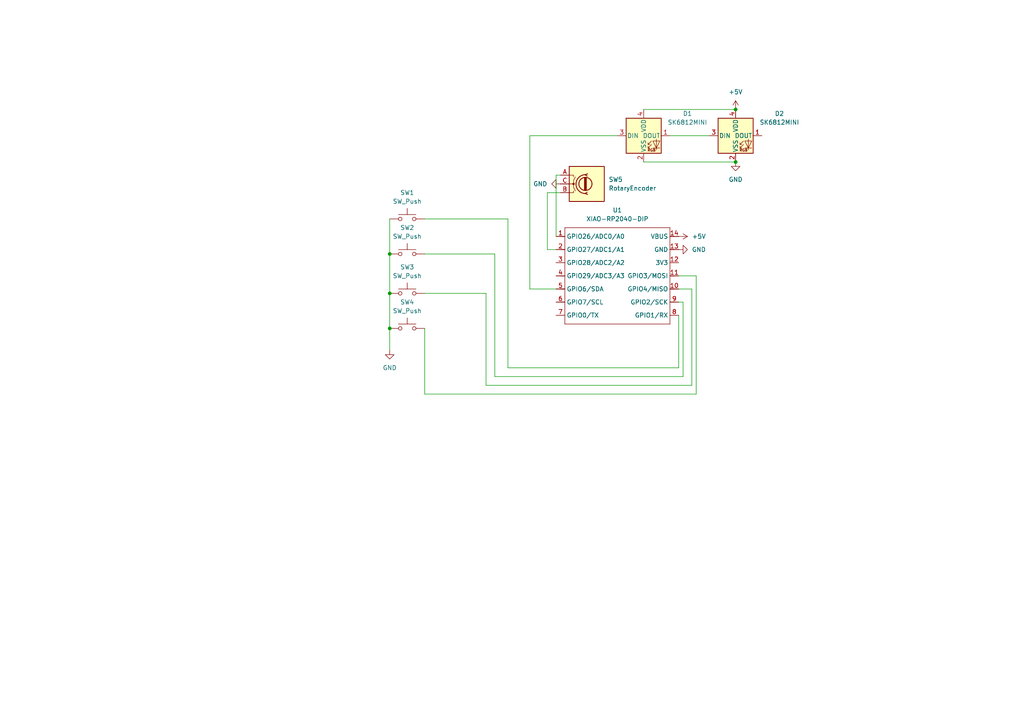
<source format=kicad_sch>
(kicad_sch
	(version 20250114)
	(generator "eeschema")
	(generator_version "9.0")
	(uuid "36a584ae-6938-4b7c-b103-1ec333a29857")
	(paper "A4")
	(lib_symbols
		(symbol "Device:RotaryEncoder"
			(pin_names
				(offset 0.254)
				(hide yes)
			)
			(exclude_from_sim no)
			(in_bom yes)
			(on_board yes)
			(property "Reference" "SW"
				(at 0 6.604 0)
				(effects
					(font
						(size 1.27 1.27)
					)
				)
			)
			(property "Value" "RotaryEncoder"
				(at 0 -6.604 0)
				(effects
					(font
						(size 1.27 1.27)
					)
				)
			)
			(property "Footprint" ""
				(at -3.81 4.064 0)
				(effects
					(font
						(size 1.27 1.27)
					)
					(hide yes)
				)
			)
			(property "Datasheet" "~"
				(at 0 6.604 0)
				(effects
					(font
						(size 1.27 1.27)
					)
					(hide yes)
				)
			)
			(property "Description" "Rotary encoder, dual channel, incremental quadrate outputs"
				(at 0 0 0)
				(effects
					(font
						(size 1.27 1.27)
					)
					(hide yes)
				)
			)
			(property "ki_keywords" "rotary switch encoder"
				(at 0 0 0)
				(effects
					(font
						(size 1.27 1.27)
					)
					(hide yes)
				)
			)
			(property "ki_fp_filters" "RotaryEncoder*"
				(at 0 0 0)
				(effects
					(font
						(size 1.27 1.27)
					)
					(hide yes)
				)
			)
			(symbol "RotaryEncoder_0_1"
				(rectangle
					(start -5.08 5.08)
					(end 5.08 -5.08)
					(stroke
						(width 0.254)
						(type default)
					)
					(fill
						(type background)
					)
				)
				(polyline
					(pts
						(xy -5.08 2.54) (xy -3.81 2.54) (xy -3.81 2.032)
					)
					(stroke
						(width 0)
						(type default)
					)
					(fill
						(type none)
					)
				)
				(polyline
					(pts
						(xy -5.08 0) (xy -3.81 0) (xy -3.81 -1.016) (xy -3.302 -2.032)
					)
					(stroke
						(width 0)
						(type default)
					)
					(fill
						(type none)
					)
				)
				(polyline
					(pts
						(xy -5.08 -2.54) (xy -3.81 -2.54) (xy -3.81 -2.032)
					)
					(stroke
						(width 0)
						(type default)
					)
					(fill
						(type none)
					)
				)
				(polyline
					(pts
						(xy -4.318 0) (xy -3.81 0) (xy -3.81 1.016) (xy -3.302 2.032)
					)
					(stroke
						(width 0)
						(type default)
					)
					(fill
						(type none)
					)
				)
				(circle
					(center -3.81 0)
					(radius 0.254)
					(stroke
						(width 0)
						(type default)
					)
					(fill
						(type outline)
					)
				)
				(polyline
					(pts
						(xy -0.635 -1.778) (xy -0.635 1.778)
					)
					(stroke
						(width 0.254)
						(type default)
					)
					(fill
						(type none)
					)
				)
				(circle
					(center -0.381 0)
					(radius 1.905)
					(stroke
						(width 0.254)
						(type default)
					)
					(fill
						(type none)
					)
				)
				(polyline
					(pts
						(xy -0.381 -1.778) (xy -0.381 1.778)
					)
					(stroke
						(width 0.254)
						(type default)
					)
					(fill
						(type none)
					)
				)
				(arc
					(start -0.381 -2.794)
					(mid -3.0988 -0.0635)
					(end -0.381 2.667)
					(stroke
						(width 0.254)
						(type default)
					)
					(fill
						(type none)
					)
				)
				(polyline
					(pts
						(xy -0.127 1.778) (xy -0.127 -1.778)
					)
					(stroke
						(width 0.254)
						(type default)
					)
					(fill
						(type none)
					)
				)
				(polyline
					(pts
						(xy 0.254 2.921) (xy -0.508 2.667) (xy 0.127 2.286)
					)
					(stroke
						(width 0.254)
						(type default)
					)
					(fill
						(type none)
					)
				)
				(polyline
					(pts
						(xy 0.254 -3.048) (xy -0.508 -2.794) (xy 0.127 -2.413)
					)
					(stroke
						(width 0.254)
						(type default)
					)
					(fill
						(type none)
					)
				)
			)
			(symbol "RotaryEncoder_1_1"
				(pin passive line
					(at -7.62 2.54 0)
					(length 2.54)
					(name "A"
						(effects
							(font
								(size 1.27 1.27)
							)
						)
					)
					(number "A"
						(effects
							(font
								(size 1.27 1.27)
							)
						)
					)
				)
				(pin passive line
					(at -7.62 0 0)
					(length 2.54)
					(name "C"
						(effects
							(font
								(size 1.27 1.27)
							)
						)
					)
					(number "C"
						(effects
							(font
								(size 1.27 1.27)
							)
						)
					)
				)
				(pin passive line
					(at -7.62 -2.54 0)
					(length 2.54)
					(name "B"
						(effects
							(font
								(size 1.27 1.27)
							)
						)
					)
					(number "B"
						(effects
							(font
								(size 1.27 1.27)
							)
						)
					)
				)
			)
			(embedded_fonts no)
		)
		(symbol "LED:SK6812MINI"
			(pin_names
				(offset 0.254)
			)
			(exclude_from_sim no)
			(in_bom yes)
			(on_board yes)
			(property "Reference" "D"
				(at 5.08 5.715 0)
				(effects
					(font
						(size 1.27 1.27)
					)
					(justify right bottom)
				)
			)
			(property "Value" "SK6812MINI"
				(at 1.27 -5.715 0)
				(effects
					(font
						(size 1.27 1.27)
					)
					(justify left top)
				)
			)
			(property "Footprint" "LED_SMD:LED_SK6812MINI_PLCC4_3.5x3.5mm_P1.75mm"
				(at 1.27 -7.62 0)
				(effects
					(font
						(size 1.27 1.27)
					)
					(justify left top)
					(hide yes)
				)
			)
			(property "Datasheet" "https://cdn-shop.adafruit.com/product-files/2686/SK6812MINI_REV.01-1-2.pdf"
				(at 2.54 -9.525 0)
				(effects
					(font
						(size 1.27 1.27)
					)
					(justify left top)
					(hide yes)
				)
			)
			(property "Description" "RGB LED with integrated controller"
				(at 0 0 0)
				(effects
					(font
						(size 1.27 1.27)
					)
					(hide yes)
				)
			)
			(property "ki_keywords" "RGB LED NeoPixel Mini addressable"
				(at 0 0 0)
				(effects
					(font
						(size 1.27 1.27)
					)
					(hide yes)
				)
			)
			(property "ki_fp_filters" "LED*SK6812MINI*PLCC*3.5x3.5mm*P1.75mm*"
				(at 0 0 0)
				(effects
					(font
						(size 1.27 1.27)
					)
					(hide yes)
				)
			)
			(symbol "SK6812MINI_0_0"
				(text "RGB"
					(at 2.286 -4.191 0)
					(effects
						(font
							(size 0.762 0.762)
						)
					)
				)
			)
			(symbol "SK6812MINI_0_1"
				(polyline
					(pts
						(xy 1.27 -2.54) (xy 1.778 -2.54)
					)
					(stroke
						(width 0)
						(type default)
					)
					(fill
						(type none)
					)
				)
				(polyline
					(pts
						(xy 1.27 -3.556) (xy 1.778 -3.556)
					)
					(stroke
						(width 0)
						(type default)
					)
					(fill
						(type none)
					)
				)
				(polyline
					(pts
						(xy 2.286 -1.524) (xy 1.27 -2.54) (xy 1.27 -2.032)
					)
					(stroke
						(width 0)
						(type default)
					)
					(fill
						(type none)
					)
				)
				(polyline
					(pts
						(xy 2.286 -2.54) (xy 1.27 -3.556) (xy 1.27 -3.048)
					)
					(stroke
						(width 0)
						(type default)
					)
					(fill
						(type none)
					)
				)
				(polyline
					(pts
						(xy 3.683 -1.016) (xy 3.683 -3.556) (xy 3.683 -4.064)
					)
					(stroke
						(width 0)
						(type default)
					)
					(fill
						(type none)
					)
				)
				(polyline
					(pts
						(xy 4.699 -1.524) (xy 2.667 -1.524) (xy 3.683 -3.556) (xy 4.699 -1.524)
					)
					(stroke
						(width 0)
						(type default)
					)
					(fill
						(type none)
					)
				)
				(polyline
					(pts
						(xy 4.699 -3.556) (xy 2.667 -3.556)
					)
					(stroke
						(width 0)
						(type default)
					)
					(fill
						(type none)
					)
				)
				(rectangle
					(start 5.08 5.08)
					(end -5.08 -5.08)
					(stroke
						(width 0.254)
						(type default)
					)
					(fill
						(type background)
					)
				)
			)
			(symbol "SK6812MINI_1_1"
				(pin input line
					(at -7.62 0 0)
					(length 2.54)
					(name "DIN"
						(effects
							(font
								(size 1.27 1.27)
							)
						)
					)
					(number "3"
						(effects
							(font
								(size 1.27 1.27)
							)
						)
					)
				)
				(pin power_in line
					(at 0 7.62 270)
					(length 2.54)
					(name "VDD"
						(effects
							(font
								(size 1.27 1.27)
							)
						)
					)
					(number "4"
						(effects
							(font
								(size 1.27 1.27)
							)
						)
					)
				)
				(pin power_in line
					(at 0 -7.62 90)
					(length 2.54)
					(name "VSS"
						(effects
							(font
								(size 1.27 1.27)
							)
						)
					)
					(number "2"
						(effects
							(font
								(size 1.27 1.27)
							)
						)
					)
				)
				(pin output line
					(at 7.62 0 180)
					(length 2.54)
					(name "DOUT"
						(effects
							(font
								(size 1.27 1.27)
							)
						)
					)
					(number "1"
						(effects
							(font
								(size 1.27 1.27)
							)
						)
					)
				)
			)
			(embedded_fonts no)
		)
		(symbol "Seeed_Studio_XIAO_Series:XIAO-RP2040-DIP"
			(exclude_from_sim no)
			(in_bom yes)
			(on_board yes)
			(property "Reference" "U"
				(at 0 0 0)
				(effects
					(font
						(size 1.27 1.27)
					)
				)
			)
			(property "Value" "XIAO-RP2040-DIP"
				(at 5.334 -1.778 0)
				(effects
					(font
						(size 1.27 1.27)
					)
				)
			)
			(property "Footprint" "Module:MOUDLE14P-XIAO-DIP-SMD"
				(at 14.478 -32.258 0)
				(effects
					(font
						(size 1.27 1.27)
					)
					(hide yes)
				)
			)
			(property "Datasheet" ""
				(at 0 0 0)
				(effects
					(font
						(size 1.27 1.27)
					)
					(hide yes)
				)
			)
			(property "Description" ""
				(at 0 0 0)
				(effects
					(font
						(size 1.27 1.27)
					)
					(hide yes)
				)
			)
			(symbol "XIAO-RP2040-DIP_1_0"
				(polyline
					(pts
						(xy -1.27 -2.54) (xy 29.21 -2.54)
					)
					(stroke
						(width 0.1524)
						(type solid)
					)
					(fill
						(type none)
					)
				)
				(polyline
					(pts
						(xy -1.27 -5.08) (xy -2.54 -5.08)
					)
					(stroke
						(width 0.1524)
						(type solid)
					)
					(fill
						(type none)
					)
				)
				(polyline
					(pts
						(xy -1.27 -5.08) (xy -1.27 -2.54)
					)
					(stroke
						(width 0.1524)
						(type solid)
					)
					(fill
						(type none)
					)
				)
				(polyline
					(pts
						(xy -1.27 -8.89) (xy -2.54 -8.89)
					)
					(stroke
						(width 0.1524)
						(type solid)
					)
					(fill
						(type none)
					)
				)
				(polyline
					(pts
						(xy -1.27 -8.89) (xy -1.27 -5.08)
					)
					(stroke
						(width 0.1524)
						(type solid)
					)
					(fill
						(type none)
					)
				)
				(polyline
					(pts
						(xy -1.27 -12.7) (xy -2.54 -12.7)
					)
					(stroke
						(width 0.1524)
						(type solid)
					)
					(fill
						(type none)
					)
				)
				(polyline
					(pts
						(xy -1.27 -12.7) (xy -1.27 -8.89)
					)
					(stroke
						(width 0.1524)
						(type solid)
					)
					(fill
						(type none)
					)
				)
				(polyline
					(pts
						(xy -1.27 -16.51) (xy -2.54 -16.51)
					)
					(stroke
						(width 0.1524)
						(type solid)
					)
					(fill
						(type none)
					)
				)
				(polyline
					(pts
						(xy -1.27 -16.51) (xy -1.27 -12.7)
					)
					(stroke
						(width 0.1524)
						(type solid)
					)
					(fill
						(type none)
					)
				)
				(polyline
					(pts
						(xy -1.27 -20.32) (xy -2.54 -20.32)
					)
					(stroke
						(width 0.1524)
						(type solid)
					)
					(fill
						(type none)
					)
				)
				(polyline
					(pts
						(xy -1.27 -24.13) (xy -2.54 -24.13)
					)
					(stroke
						(width 0.1524)
						(type solid)
					)
					(fill
						(type none)
					)
				)
				(polyline
					(pts
						(xy -1.27 -27.94) (xy -2.54 -27.94)
					)
					(stroke
						(width 0.1524)
						(type solid)
					)
					(fill
						(type none)
					)
				)
				(polyline
					(pts
						(xy -1.27 -30.48) (xy -1.27 -16.51)
					)
					(stroke
						(width 0.1524)
						(type solid)
					)
					(fill
						(type none)
					)
				)
				(polyline
					(pts
						(xy 29.21 -2.54) (xy 29.21 -5.08)
					)
					(stroke
						(width 0.1524)
						(type solid)
					)
					(fill
						(type none)
					)
				)
				(polyline
					(pts
						(xy 29.21 -5.08) (xy 29.21 -8.89)
					)
					(stroke
						(width 0.1524)
						(type solid)
					)
					(fill
						(type none)
					)
				)
				(polyline
					(pts
						(xy 29.21 -8.89) (xy 29.21 -12.7)
					)
					(stroke
						(width 0.1524)
						(type solid)
					)
					(fill
						(type none)
					)
				)
				(polyline
					(pts
						(xy 29.21 -12.7) (xy 29.21 -30.48)
					)
					(stroke
						(width 0.1524)
						(type solid)
					)
					(fill
						(type none)
					)
				)
				(polyline
					(pts
						(xy 29.21 -30.48) (xy -1.27 -30.48)
					)
					(stroke
						(width 0.1524)
						(type solid)
					)
					(fill
						(type none)
					)
				)
				(polyline
					(pts
						(xy 30.48 -5.08) (xy 29.21 -5.08)
					)
					(stroke
						(width 0.1524)
						(type solid)
					)
					(fill
						(type none)
					)
				)
				(polyline
					(pts
						(xy 30.48 -8.89) (xy 29.21 -8.89)
					)
					(stroke
						(width 0.1524)
						(type solid)
					)
					(fill
						(type none)
					)
				)
				(polyline
					(pts
						(xy 30.48 -12.7) (xy 29.21 -12.7)
					)
					(stroke
						(width 0.1524)
						(type solid)
					)
					(fill
						(type none)
					)
				)
				(polyline
					(pts
						(xy 30.48 -16.51) (xy 29.21 -16.51)
					)
					(stroke
						(width 0.1524)
						(type solid)
					)
					(fill
						(type none)
					)
				)
				(polyline
					(pts
						(xy 30.48 -20.32) (xy 29.21 -20.32)
					)
					(stroke
						(width 0.1524)
						(type solid)
					)
					(fill
						(type none)
					)
				)
				(polyline
					(pts
						(xy 30.48 -24.13) (xy 29.21 -24.13)
					)
					(stroke
						(width 0.1524)
						(type solid)
					)
					(fill
						(type none)
					)
				)
				(polyline
					(pts
						(xy 30.48 -27.94) (xy 29.21 -27.94)
					)
					(stroke
						(width 0.1524)
						(type solid)
					)
					(fill
						(type none)
					)
				)
				(pin passive line
					(at -3.81 -5.08 0)
					(length 2.54)
					(name "GPIO26/ADC0/A0"
						(effects
							(font
								(size 1.27 1.27)
							)
						)
					)
					(number "1"
						(effects
							(font
								(size 1.27 1.27)
							)
						)
					)
				)
				(pin passive line
					(at -3.81 -8.89 0)
					(length 2.54)
					(name "GPIO27/ADC1/A1"
						(effects
							(font
								(size 1.27 1.27)
							)
						)
					)
					(number "2"
						(effects
							(font
								(size 1.27 1.27)
							)
						)
					)
				)
				(pin passive line
					(at -3.81 -12.7 0)
					(length 2.54)
					(name "GPIO28/ADC2/A2"
						(effects
							(font
								(size 1.27 1.27)
							)
						)
					)
					(number "3"
						(effects
							(font
								(size 1.27 1.27)
							)
						)
					)
				)
				(pin passive line
					(at -3.81 -16.51 0)
					(length 2.54)
					(name "GPIO29/ADC3/A3"
						(effects
							(font
								(size 1.27 1.27)
							)
						)
					)
					(number "4"
						(effects
							(font
								(size 1.27 1.27)
							)
						)
					)
				)
				(pin passive line
					(at -3.81 -20.32 0)
					(length 2.54)
					(name "GPIO6/SDA"
						(effects
							(font
								(size 1.27 1.27)
							)
						)
					)
					(number "5"
						(effects
							(font
								(size 1.27 1.27)
							)
						)
					)
				)
				(pin passive line
					(at -3.81 -24.13 0)
					(length 2.54)
					(name "GPIO7/SCL"
						(effects
							(font
								(size 1.27 1.27)
							)
						)
					)
					(number "6"
						(effects
							(font
								(size 1.27 1.27)
							)
						)
					)
				)
				(pin passive line
					(at -3.81 -27.94 0)
					(length 2.54)
					(name "GPIO0/TX"
						(effects
							(font
								(size 1.27 1.27)
							)
						)
					)
					(number "7"
						(effects
							(font
								(size 1.27 1.27)
							)
						)
					)
				)
				(pin passive line
					(at 31.75 -5.08 180)
					(length 2.54)
					(name "VBUS"
						(effects
							(font
								(size 1.27 1.27)
							)
						)
					)
					(number "14"
						(effects
							(font
								(size 1.27 1.27)
							)
						)
					)
				)
				(pin passive line
					(at 31.75 -8.89 180)
					(length 2.54)
					(name "GND"
						(effects
							(font
								(size 1.27 1.27)
							)
						)
					)
					(number "13"
						(effects
							(font
								(size 1.27 1.27)
							)
						)
					)
				)
				(pin passive line
					(at 31.75 -12.7 180)
					(length 2.54)
					(name "3V3"
						(effects
							(font
								(size 1.27 1.27)
							)
						)
					)
					(number "12"
						(effects
							(font
								(size 1.27 1.27)
							)
						)
					)
				)
				(pin passive line
					(at 31.75 -16.51 180)
					(length 2.54)
					(name "GPIO3/MOSI"
						(effects
							(font
								(size 1.27 1.27)
							)
						)
					)
					(number "11"
						(effects
							(font
								(size 1.27 1.27)
							)
						)
					)
				)
				(pin passive line
					(at 31.75 -20.32 180)
					(length 2.54)
					(name "GPIO4/MISO"
						(effects
							(font
								(size 1.27 1.27)
							)
						)
					)
					(number "10"
						(effects
							(font
								(size 1.27 1.27)
							)
						)
					)
				)
				(pin passive line
					(at 31.75 -24.13 180)
					(length 2.54)
					(name "GPIO2/SCK"
						(effects
							(font
								(size 1.27 1.27)
							)
						)
					)
					(number "9"
						(effects
							(font
								(size 1.27 1.27)
							)
						)
					)
				)
				(pin passive line
					(at 31.75 -27.94 180)
					(length 2.54)
					(name "GPIO1/RX"
						(effects
							(font
								(size 1.27 1.27)
							)
						)
					)
					(number "8"
						(effects
							(font
								(size 1.27 1.27)
							)
						)
					)
				)
			)
			(embedded_fonts no)
		)
		(symbol "Switch:SW_Push"
			(pin_numbers
				(hide yes)
			)
			(pin_names
				(offset 1.016)
				(hide yes)
			)
			(exclude_from_sim no)
			(in_bom yes)
			(on_board yes)
			(property "Reference" "SW"
				(at 1.27 2.54 0)
				(effects
					(font
						(size 1.27 1.27)
					)
					(justify left)
				)
			)
			(property "Value" "SW_Push"
				(at 0 -1.524 0)
				(effects
					(font
						(size 1.27 1.27)
					)
				)
			)
			(property "Footprint" ""
				(at 0 5.08 0)
				(effects
					(font
						(size 1.27 1.27)
					)
					(hide yes)
				)
			)
			(property "Datasheet" "~"
				(at 0 5.08 0)
				(effects
					(font
						(size 1.27 1.27)
					)
					(hide yes)
				)
			)
			(property "Description" "Push button switch, generic, two pins"
				(at 0 0 0)
				(effects
					(font
						(size 1.27 1.27)
					)
					(hide yes)
				)
			)
			(property "ki_keywords" "switch normally-open pushbutton push-button"
				(at 0 0 0)
				(effects
					(font
						(size 1.27 1.27)
					)
					(hide yes)
				)
			)
			(symbol "SW_Push_0_1"
				(circle
					(center -2.032 0)
					(radius 0.508)
					(stroke
						(width 0)
						(type default)
					)
					(fill
						(type none)
					)
				)
				(polyline
					(pts
						(xy 0 1.27) (xy 0 3.048)
					)
					(stroke
						(width 0)
						(type default)
					)
					(fill
						(type none)
					)
				)
				(circle
					(center 2.032 0)
					(radius 0.508)
					(stroke
						(width 0)
						(type default)
					)
					(fill
						(type none)
					)
				)
				(polyline
					(pts
						(xy 2.54 1.27) (xy -2.54 1.27)
					)
					(stroke
						(width 0)
						(type default)
					)
					(fill
						(type none)
					)
				)
				(pin passive line
					(at -5.08 0 0)
					(length 2.54)
					(name "1"
						(effects
							(font
								(size 1.27 1.27)
							)
						)
					)
					(number "1"
						(effects
							(font
								(size 1.27 1.27)
							)
						)
					)
				)
				(pin passive line
					(at 5.08 0 180)
					(length 2.54)
					(name "2"
						(effects
							(font
								(size 1.27 1.27)
							)
						)
					)
					(number "2"
						(effects
							(font
								(size 1.27 1.27)
							)
						)
					)
				)
			)
			(embedded_fonts no)
		)
		(symbol "power:+5V"
			(power)
			(pin_numbers
				(hide yes)
			)
			(pin_names
				(offset 0)
				(hide yes)
			)
			(exclude_from_sim no)
			(in_bom yes)
			(on_board yes)
			(property "Reference" "#PWR"
				(at 0 -3.81 0)
				(effects
					(font
						(size 1.27 1.27)
					)
					(hide yes)
				)
			)
			(property "Value" "+5V"
				(at 0 3.556 0)
				(effects
					(font
						(size 1.27 1.27)
					)
				)
			)
			(property "Footprint" ""
				(at 0 0 0)
				(effects
					(font
						(size 1.27 1.27)
					)
					(hide yes)
				)
			)
			(property "Datasheet" ""
				(at 0 0 0)
				(effects
					(font
						(size 1.27 1.27)
					)
					(hide yes)
				)
			)
			(property "Description" "Power symbol creates a global label with name \"+5V\""
				(at 0 0 0)
				(effects
					(font
						(size 1.27 1.27)
					)
					(hide yes)
				)
			)
			(property "ki_keywords" "global power"
				(at 0 0 0)
				(effects
					(font
						(size 1.27 1.27)
					)
					(hide yes)
				)
			)
			(symbol "+5V_0_1"
				(polyline
					(pts
						(xy -0.762 1.27) (xy 0 2.54)
					)
					(stroke
						(width 0)
						(type default)
					)
					(fill
						(type none)
					)
				)
				(polyline
					(pts
						(xy 0 2.54) (xy 0.762 1.27)
					)
					(stroke
						(width 0)
						(type default)
					)
					(fill
						(type none)
					)
				)
				(polyline
					(pts
						(xy 0 0) (xy 0 2.54)
					)
					(stroke
						(width 0)
						(type default)
					)
					(fill
						(type none)
					)
				)
			)
			(symbol "+5V_1_1"
				(pin power_in line
					(at 0 0 90)
					(length 0)
					(name "~"
						(effects
							(font
								(size 1.27 1.27)
							)
						)
					)
					(number "1"
						(effects
							(font
								(size 1.27 1.27)
							)
						)
					)
				)
			)
			(embedded_fonts no)
		)
		(symbol "power:GND"
			(power)
			(pin_numbers
				(hide yes)
			)
			(pin_names
				(offset 0)
				(hide yes)
			)
			(exclude_from_sim no)
			(in_bom yes)
			(on_board yes)
			(property "Reference" "#PWR"
				(at 0 -6.35 0)
				(effects
					(font
						(size 1.27 1.27)
					)
					(hide yes)
				)
			)
			(property "Value" "GND"
				(at 0 -3.81 0)
				(effects
					(font
						(size 1.27 1.27)
					)
				)
			)
			(property "Footprint" ""
				(at 0 0 0)
				(effects
					(font
						(size 1.27 1.27)
					)
					(hide yes)
				)
			)
			(property "Datasheet" ""
				(at 0 0 0)
				(effects
					(font
						(size 1.27 1.27)
					)
					(hide yes)
				)
			)
			(property "Description" "Power symbol creates a global label with name \"GND\" , ground"
				(at 0 0 0)
				(effects
					(font
						(size 1.27 1.27)
					)
					(hide yes)
				)
			)
			(property "ki_keywords" "global power"
				(at 0 0 0)
				(effects
					(font
						(size 1.27 1.27)
					)
					(hide yes)
				)
			)
			(symbol "GND_0_1"
				(polyline
					(pts
						(xy 0 0) (xy 0 -1.27) (xy 1.27 -1.27) (xy 0 -2.54) (xy -1.27 -1.27) (xy 0 -1.27)
					)
					(stroke
						(width 0)
						(type default)
					)
					(fill
						(type none)
					)
				)
			)
			(symbol "GND_1_1"
				(pin power_in line
					(at 0 0 270)
					(length 0)
					(name "~"
						(effects
							(font
								(size 1.27 1.27)
							)
						)
					)
					(number "1"
						(effects
							(font
								(size 1.27 1.27)
							)
						)
					)
				)
			)
			(embedded_fonts no)
		)
	)
	(junction
		(at 213.36 46.99)
		(diameter 0)
		(color 0 0 0 0)
		(uuid "4bd47c5f-7ff3-46fd-bee2-16a60311c8c8")
	)
	(junction
		(at 113.03 85.09)
		(diameter 0)
		(color 0 0 0 0)
		(uuid "bd25f1e4-f19a-4184-be85-51cd162ec888")
	)
	(junction
		(at 113.03 73.66)
		(diameter 0)
		(color 0 0 0 0)
		(uuid "c66d7ee9-8fe1-4be4-95f1-9979a423ebc2")
	)
	(junction
		(at 213.36 31.75)
		(diameter 0)
		(color 0 0 0 0)
		(uuid "e8546b45-8a77-4e8e-8bc9-ea8bf0cd243f")
	)
	(junction
		(at 113.03 95.25)
		(diameter 0)
		(color 0 0 0 0)
		(uuid "eb4520e0-570d-45c4-ab51-4ea0f2ae8e9f")
	)
	(wire
		(pts
			(xy 161.29 50.8) (xy 161.29 68.58)
		)
		(stroke
			(width 0)
			(type default)
		)
		(uuid "0826b9a4-e83c-4fd2-9bc4-3307db57f547")
	)
	(wire
		(pts
			(xy 200.66 111.76) (xy 200.66 83.82)
		)
		(stroke
			(width 0)
			(type default)
		)
		(uuid "1692789e-9c54-4430-a8d3-0d1d240f3e66")
	)
	(wire
		(pts
			(xy 161.29 83.82) (xy 153.67 83.82)
		)
		(stroke
			(width 0)
			(type default)
		)
		(uuid "2abcb695-cfe6-440e-b35b-8863ea7bd750")
	)
	(wire
		(pts
			(xy 123.19 85.09) (xy 140.97 85.09)
		)
		(stroke
			(width 0)
			(type default)
		)
		(uuid "31dbbf7d-ec03-43a4-9ac3-970c6fd0bbb0")
	)
	(wire
		(pts
			(xy 147.32 106.68) (xy 196.85 106.68)
		)
		(stroke
			(width 0)
			(type default)
		)
		(uuid "4b8cce27-e8c9-4732-a5ff-5b4eaecd9bad")
	)
	(wire
		(pts
			(xy 140.97 85.09) (xy 140.97 111.76)
		)
		(stroke
			(width 0)
			(type default)
		)
		(uuid "54b1623b-11f0-4954-841c-8bdea1c17b26")
	)
	(wire
		(pts
			(xy 194.31 39.37) (xy 205.74 39.37)
		)
		(stroke
			(width 0)
			(type default)
		)
		(uuid "55fd81c7-c177-4cdd-9ce6-431126a7fbfd")
	)
	(wire
		(pts
			(xy 123.19 73.66) (xy 143.51 73.66)
		)
		(stroke
			(width 0)
			(type default)
		)
		(uuid "594c3d1d-150a-48f8-aa97-942aaa67294c")
	)
	(wire
		(pts
			(xy 158.75 72.39) (xy 161.29 72.39)
		)
		(stroke
			(width 0)
			(type default)
		)
		(uuid "5d8089ca-7148-437d-842c-33f00f355642")
	)
	(wire
		(pts
			(xy 123.19 95.25) (xy 123.19 114.3)
		)
		(stroke
			(width 0)
			(type default)
		)
		(uuid "645da803-e5d3-44ec-b5cd-675650eb24aa")
	)
	(wire
		(pts
			(xy 113.03 85.09) (xy 113.03 95.25)
		)
		(stroke
			(width 0)
			(type default)
		)
		(uuid "64a202fc-a95e-4564-8394-dd16b04712f7")
	)
	(wire
		(pts
			(xy 198.12 109.22) (xy 198.12 87.63)
		)
		(stroke
			(width 0)
			(type default)
		)
		(uuid "7be2d772-9f56-4fab-8ea0-bc1507016a22")
	)
	(wire
		(pts
			(xy 123.19 114.3) (xy 201.93 114.3)
		)
		(stroke
			(width 0)
			(type default)
		)
		(uuid "8173dee9-3ba4-4a73-a79f-628fc9622eea")
	)
	(wire
		(pts
			(xy 113.03 63.5) (xy 113.03 73.66)
		)
		(stroke
			(width 0)
			(type default)
		)
		(uuid "918c2669-4dae-4b70-96db-c028550d5a85")
	)
	(wire
		(pts
			(xy 143.51 73.66) (xy 143.51 109.22)
		)
		(stroke
			(width 0)
			(type default)
		)
		(uuid "94b5eb98-6a9d-4c83-aa80-b09057d57207")
	)
	(wire
		(pts
			(xy 186.69 46.99) (xy 213.36 46.99)
		)
		(stroke
			(width 0)
			(type default)
		)
		(uuid "9b7d6336-cca0-4c98-a7fc-7e6418375d97")
	)
	(wire
		(pts
			(xy 147.32 63.5) (xy 147.32 106.68)
		)
		(stroke
			(width 0)
			(type default)
		)
		(uuid "9d3b9e34-ceae-4e72-8f2f-520d47fb6895")
	)
	(wire
		(pts
			(xy 196.85 106.68) (xy 196.85 91.44)
		)
		(stroke
			(width 0)
			(type default)
		)
		(uuid "9d65d48c-2bdc-4b08-9388-53e31c6013b7")
	)
	(wire
		(pts
			(xy 113.03 95.25) (xy 113.03 101.6)
		)
		(stroke
			(width 0)
			(type default)
		)
		(uuid "9d79599d-bd27-435c-b0cd-cb91dba09621")
	)
	(wire
		(pts
			(xy 201.93 80.01) (xy 196.85 80.01)
		)
		(stroke
			(width 0)
			(type default)
		)
		(uuid "9e170cc0-c8fe-4c7f-9694-f4a268e09cdd")
	)
	(wire
		(pts
			(xy 198.12 87.63) (xy 196.85 87.63)
		)
		(stroke
			(width 0)
			(type default)
		)
		(uuid "a4ba11d4-2e07-4ea2-9330-33882129437a")
	)
	(wire
		(pts
			(xy 153.67 39.37) (xy 179.07 39.37)
		)
		(stroke
			(width 0)
			(type default)
		)
		(uuid "a6cb1ed5-81ac-416f-b334-d7f46dab0854")
	)
	(wire
		(pts
			(xy 162.56 50.8) (xy 161.29 50.8)
		)
		(stroke
			(width 0)
			(type default)
		)
		(uuid "abe6c630-5780-4c8a-ac3a-a9e413e94730")
	)
	(wire
		(pts
			(xy 123.19 63.5) (xy 147.32 63.5)
		)
		(stroke
			(width 0)
			(type default)
		)
		(uuid "adc50b94-dbce-4178-a5e1-725877320e3d")
	)
	(wire
		(pts
			(xy 143.51 109.22) (xy 198.12 109.22)
		)
		(stroke
			(width 0)
			(type default)
		)
		(uuid "ba649baf-84c0-4f11-b318-3c8691a0009c")
	)
	(wire
		(pts
			(xy 140.97 111.76) (xy 200.66 111.76)
		)
		(stroke
			(width 0)
			(type default)
		)
		(uuid "bec436c6-32f5-4d00-b1a1-7374e672d5d5")
	)
	(wire
		(pts
			(xy 162.56 55.88) (xy 158.75 55.88)
		)
		(stroke
			(width 0)
			(type default)
		)
		(uuid "c1f46a0b-f732-48fe-b8b4-e66266fac07a")
	)
	(wire
		(pts
			(xy 113.03 73.66) (xy 113.03 85.09)
		)
		(stroke
			(width 0)
			(type default)
		)
		(uuid "c7e579a8-e1ec-4f23-86ab-c8ae27e2b9ec")
	)
	(wire
		(pts
			(xy 186.69 31.75) (xy 213.36 31.75)
		)
		(stroke
			(width 0)
			(type default)
		)
		(uuid "d854860f-7558-454d-b74e-d60a7d42f036")
	)
	(wire
		(pts
			(xy 153.67 83.82) (xy 153.67 39.37)
		)
		(stroke
			(width 0)
			(type default)
		)
		(uuid "e36b9b5d-786d-4074-a4a6-d8f365509f07")
	)
	(wire
		(pts
			(xy 158.75 55.88) (xy 158.75 72.39)
		)
		(stroke
			(width 0)
			(type default)
		)
		(uuid "e62205e7-7a40-4a81-b5a7-c3d497f1c1c0")
	)
	(wire
		(pts
			(xy 201.93 114.3) (xy 201.93 80.01)
		)
		(stroke
			(width 0)
			(type default)
		)
		(uuid "f4698a86-e4d2-4027-b2e0-6dc148c8f6af")
	)
	(wire
		(pts
			(xy 200.66 83.82) (xy 196.85 83.82)
		)
		(stroke
			(width 0)
			(type default)
		)
		(uuid "fcc59287-3940-4537-989e-69960b56afa6")
	)
	(symbol
		(lib_id "Switch:SW_Push")
		(at 118.11 85.09 0)
		(unit 1)
		(exclude_from_sim no)
		(in_bom yes)
		(on_board yes)
		(dnp no)
		(fields_autoplaced yes)
		(uuid "00af28dc-7618-445d-ad73-8308a611c4f7")
		(property "Reference" "SW3"
			(at 118.11 77.47 0)
			(effects
				(font
					(size 1.27 1.27)
				)
			)
		)
		(property "Value" "SW_Push"
			(at 118.11 80.01 0)
			(effects
				(font
					(size 1.27 1.27)
				)
			)
		)
		(property "Footprint" "Button_Switch_Keyboard:SW_Cherry_MX_1.00u_PCB"
			(at 118.11 80.01 0)
			(effects
				(font
					(size 1.27 1.27)
				)
				(hide yes)
			)
		)
		(property "Datasheet" "~"
			(at 118.11 80.01 0)
			(effects
				(font
					(size 1.27 1.27)
				)
				(hide yes)
			)
		)
		(property "Description" "Push button switch, generic, two pins"
			(at 118.11 85.09 0)
			(effects
				(font
					(size 1.27 1.27)
				)
				(hide yes)
			)
		)
		(pin "1"
			(uuid "0b2311be-f809-4298-b28d-9b7638b4f8e5")
		)
		(pin "2"
			(uuid "631be1a3-452f-4cd6-8529-fda9883702e4")
		)
		(instances
			(project ""
				(path "/36a584ae-6938-4b7c-b103-1ec333a29857"
					(reference "SW3")
					(unit 1)
				)
			)
		)
	)
	(symbol
		(lib_id "LED:SK6812MINI")
		(at 213.36 39.37 0)
		(unit 1)
		(exclude_from_sim no)
		(in_bom yes)
		(on_board yes)
		(dnp no)
		(fields_autoplaced yes)
		(uuid "117b4846-6453-4628-ab13-790f1338cdec")
		(property "Reference" "D2"
			(at 226.06 32.9498 0)
			(effects
				(font
					(size 1.27 1.27)
				)
			)
		)
		(property "Value" "SK6812MINI"
			(at 226.06 35.4898 0)
			(effects
				(font
					(size 1.27 1.27)
				)
			)
		)
		(property "Footprint" "LED_SMD:LED_SK6812MINI_PLCC4_3.5x3.5mm_P1.75mm"
			(at 214.63 46.99 0)
			(effects
				(font
					(size 1.27 1.27)
				)
				(justify left top)
				(hide yes)
			)
		)
		(property "Datasheet" "https://cdn-shop.adafruit.com/product-files/2686/SK6812MINI_REV.01-1-2.pdf"
			(at 215.9 48.895 0)
			(effects
				(font
					(size 1.27 1.27)
				)
				(justify left top)
				(hide yes)
			)
		)
		(property "Description" "RGB LED with integrated controller"
			(at 213.36 39.37 0)
			(effects
				(font
					(size 1.27 1.27)
				)
				(hide yes)
			)
		)
		(pin "1"
			(uuid "39f8d80a-8bd5-4adc-a456-8381de1a981e")
		)
		(pin "3"
			(uuid "91959db8-8ab5-4f26-a0ae-2d198abbe056")
		)
		(pin "2"
			(uuid "850960c2-5508-4ea9-bb85-bb6d8ff02b17")
		)
		(pin "4"
			(uuid "84a5cf05-de4a-4bc1-ab28-0fd02b1dfada")
		)
		(instances
			(project "macropad"
				(path "/36a584ae-6938-4b7c-b103-1ec333a29857"
					(reference "D2")
					(unit 1)
				)
			)
		)
	)
	(symbol
		(lib_id "Switch:SW_Push")
		(at 118.11 63.5 0)
		(unit 1)
		(exclude_from_sim no)
		(in_bom yes)
		(on_board yes)
		(dnp no)
		(fields_autoplaced yes)
		(uuid "1dc45e0e-99d6-4f0c-9727-3796a55b7a15")
		(property "Reference" "SW1"
			(at 118.11 55.88 0)
			(effects
				(font
					(size 1.27 1.27)
				)
			)
		)
		(property "Value" "SW_Push"
			(at 118.11 58.42 0)
			(effects
				(font
					(size 1.27 1.27)
				)
			)
		)
		(property "Footprint" "Button_Switch_Keyboard:SW_Cherry_MX_1.00u_PCB"
			(at 118.11 58.42 0)
			(effects
				(font
					(size 1.27 1.27)
				)
				(hide yes)
			)
		)
		(property "Datasheet" "~"
			(at 118.11 58.42 0)
			(effects
				(font
					(size 1.27 1.27)
				)
				(hide yes)
			)
		)
		(property "Description" "Push button switch, generic, two pins"
			(at 118.11 63.5 0)
			(effects
				(font
					(size 1.27 1.27)
				)
				(hide yes)
			)
		)
		(pin "1"
			(uuid "09366735-0e4f-4ccb-a94f-99caeb401509")
		)
		(pin "2"
			(uuid "cf8f1e65-0c7c-4a2c-875d-33b23384b5e0")
		)
		(instances
			(project ""
				(path "/36a584ae-6938-4b7c-b103-1ec333a29857"
					(reference "SW1")
					(unit 1)
				)
			)
		)
	)
	(symbol
		(lib_id "Seeed_Studio_XIAO_Series:XIAO-RP2040-DIP")
		(at 165.1 63.5 0)
		(unit 1)
		(exclude_from_sim no)
		(in_bom yes)
		(on_board yes)
		(dnp no)
		(fields_autoplaced yes)
		(uuid "216be85b-b5ca-4fa5-a9db-ac3768888c97")
		(property "Reference" "U1"
			(at 179.07 60.96 0)
			(effects
				(font
					(size 1.27 1.27)
				)
			)
		)
		(property "Value" "XIAO-RP2040-DIP"
			(at 179.07 63.5 0)
			(effects
				(font
					(size 1.27 1.27)
				)
			)
		)
		(property "Footprint" "Library:XIAO-RP2040-DIP"
			(at 179.578 95.758 0)
			(effects
				(font
					(size 1.27 1.27)
				)
				(hide yes)
			)
		)
		(property "Datasheet" ""
			(at 165.1 63.5 0)
			(effects
				(font
					(size 1.27 1.27)
				)
				(hide yes)
			)
		)
		(property "Description" ""
			(at 165.1 63.5 0)
			(effects
				(font
					(size 1.27 1.27)
				)
				(hide yes)
			)
		)
		(pin "2"
			(uuid "2491797c-42c4-40f1-9ad1-dae6d91e003d")
		)
		(pin "4"
			(uuid "230365dd-bad9-43a7-8844-d248aa0a55a3")
		)
		(pin "7"
			(uuid "deae0032-0701-47c3-8361-c5bdc570c9f5")
		)
		(pin "12"
			(uuid "16687966-107b-43ea-a6a7-d720e30bff3c")
		)
		(pin "9"
			(uuid "0fc06391-70ea-4c5c-a9ce-b3a303d76226")
		)
		(pin "13"
			(uuid "84610d82-a04f-4cdc-b280-8fd2ca993f36")
		)
		(pin "1"
			(uuid "cb557ca8-f3af-44db-8586-c34dd436597b")
		)
		(pin "5"
			(uuid "6ebaae88-af69-4b14-a72b-ecdee6ad9fbd")
		)
		(pin "3"
			(uuid "43c3fb6a-dab0-410b-9c51-971e6ae2d49c")
		)
		(pin "6"
			(uuid "ade46d0a-d82a-4dc3-9bc3-961a0326e28b")
		)
		(pin "14"
			(uuid "6bac2c0a-e0ab-42f5-9e0b-87c244db71b2")
		)
		(pin "11"
			(uuid "5adb3afa-30eb-401a-aba7-9bfdd61a3f2f")
		)
		(pin "10"
			(uuid "0e0d2760-f9e8-4357-a3e6-f8e84685e578")
		)
		(pin "8"
			(uuid "27281455-2832-4938-a28e-341c67a89fa1")
		)
		(instances
			(project ""
				(path "/36a584ae-6938-4b7c-b103-1ec333a29857"
					(reference "U1")
					(unit 1)
				)
			)
		)
	)
	(symbol
		(lib_id "power:GND")
		(at 213.36 46.99 0)
		(unit 1)
		(exclude_from_sim no)
		(in_bom yes)
		(on_board yes)
		(dnp no)
		(fields_autoplaced yes)
		(uuid "53de28cf-fc2a-4af8-9042-3c995263a380")
		(property "Reference" "#PWR02"
			(at 213.36 53.34 0)
			(effects
				(font
					(size 1.27 1.27)
				)
				(hide yes)
			)
		)
		(property "Value" "GND"
			(at 213.36 52.07 0)
			(effects
				(font
					(size 1.27 1.27)
				)
			)
		)
		(property "Footprint" ""
			(at 213.36 46.99 0)
			(effects
				(font
					(size 1.27 1.27)
				)
				(hide yes)
			)
		)
		(property "Datasheet" ""
			(at 213.36 46.99 0)
			(effects
				(font
					(size 1.27 1.27)
				)
				(hide yes)
			)
		)
		(property "Description" "Power symbol creates a global label with name \"GND\" , ground"
			(at 213.36 46.99 0)
			(effects
				(font
					(size 1.27 1.27)
				)
				(hide yes)
			)
		)
		(pin "1"
			(uuid "55e0d5a4-dace-44a0-9c16-0f241a62884d")
		)
		(instances
			(project ""
				(path "/36a584ae-6938-4b7c-b103-1ec333a29857"
					(reference "#PWR02")
					(unit 1)
				)
			)
		)
	)
	(symbol
		(lib_id "power:+5V")
		(at 196.85 68.58 270)
		(unit 1)
		(exclude_from_sim no)
		(in_bom yes)
		(on_board yes)
		(dnp no)
		(fields_autoplaced yes)
		(uuid "739520fc-95e1-48b3-96d6-b925d359c3a5")
		(property "Reference" "#PWR04"
			(at 193.04 68.58 0)
			(effects
				(font
					(size 1.27 1.27)
				)
				(hide yes)
			)
		)
		(property "Value" "+5V"
			(at 200.66 68.5799 90)
			(effects
				(font
					(size 1.27 1.27)
				)
				(justify left)
			)
		)
		(property "Footprint" ""
			(at 196.85 68.58 0)
			(effects
				(font
					(size 1.27 1.27)
				)
				(hide yes)
			)
		)
		(property "Datasheet" ""
			(at 196.85 68.58 0)
			(effects
				(font
					(size 1.27 1.27)
				)
				(hide yes)
			)
		)
		(property "Description" "Power symbol creates a global label with name \"+5V\""
			(at 196.85 68.58 0)
			(effects
				(font
					(size 1.27 1.27)
				)
				(hide yes)
			)
		)
		(pin "1"
			(uuid "e376905c-ab98-44d6-b975-72fcd06baf10")
		)
		(instances
			(project "macropad"
				(path "/36a584ae-6938-4b7c-b103-1ec333a29857"
					(reference "#PWR04")
					(unit 1)
				)
			)
		)
	)
	(symbol
		(lib_id "LED:SK6812MINI")
		(at 186.69 39.37 0)
		(unit 1)
		(exclude_from_sim no)
		(in_bom yes)
		(on_board yes)
		(dnp no)
		(fields_autoplaced yes)
		(uuid "81f493c1-498f-4eac-99fd-34b3d502636c")
		(property "Reference" "D1"
			(at 199.39 32.9498 0)
			(effects
				(font
					(size 1.27 1.27)
				)
			)
		)
		(property "Value" "SK6812MINI"
			(at 199.39 35.4898 0)
			(effects
				(font
					(size 1.27 1.27)
				)
			)
		)
		(property "Footprint" "LED_SMD:LED_SK6812MINI_PLCC4_3.5x3.5mm_P1.75mm"
			(at 187.96 46.99 0)
			(effects
				(font
					(size 1.27 1.27)
				)
				(justify left top)
				(hide yes)
			)
		)
		(property "Datasheet" "https://cdn-shop.adafruit.com/product-files/2686/SK6812MINI_REV.01-1-2.pdf"
			(at 189.23 48.895 0)
			(effects
				(font
					(size 1.27 1.27)
				)
				(justify left top)
				(hide yes)
			)
		)
		(property "Description" "RGB LED with integrated controller"
			(at 186.69 39.37 0)
			(effects
				(font
					(size 1.27 1.27)
				)
				(hide yes)
			)
		)
		(pin "1"
			(uuid "c8eabf0a-43b1-4478-8804-1a6f80410f03")
		)
		(pin "3"
			(uuid "7e25b69a-3750-4414-8814-7fa5a0db6ee2")
		)
		(pin "2"
			(uuid "403bbfd8-857c-498c-9c92-d75f31843b7c")
		)
		(pin "4"
			(uuid "46c14ba5-f0ae-4631-a8d1-3dc9cc6ffeee")
		)
		(instances
			(project ""
				(path "/36a584ae-6938-4b7c-b103-1ec333a29857"
					(reference "D1")
					(unit 1)
				)
			)
		)
	)
	(symbol
		(lib_id "power:GND")
		(at 162.56 53.34 270)
		(unit 1)
		(exclude_from_sim no)
		(in_bom yes)
		(on_board yes)
		(dnp no)
		(fields_autoplaced yes)
		(uuid "8e707b02-c3fb-4676-82a4-3564fe40306c")
		(property "Reference" "#PWR06"
			(at 156.21 53.34 0)
			(effects
				(font
					(size 1.27 1.27)
				)
				(hide yes)
			)
		)
		(property "Value" "GND"
			(at 158.75 53.3399 90)
			(effects
				(font
					(size 1.27 1.27)
				)
				(justify right)
			)
		)
		(property "Footprint" ""
			(at 162.56 53.34 0)
			(effects
				(font
					(size 1.27 1.27)
				)
				(hide yes)
			)
		)
		(property "Datasheet" ""
			(at 162.56 53.34 0)
			(effects
				(font
					(size 1.27 1.27)
				)
				(hide yes)
			)
		)
		(property "Description" "Power symbol creates a global label with name \"GND\" , ground"
			(at 162.56 53.34 0)
			(effects
				(font
					(size 1.27 1.27)
				)
				(hide yes)
			)
		)
		(pin "1"
			(uuid "fdb68c72-5ad6-44b6-9bcd-d2ad51256638")
		)
		(instances
			(project ""
				(path "/36a584ae-6938-4b7c-b103-1ec333a29857"
					(reference "#PWR06")
					(unit 1)
				)
			)
		)
	)
	(symbol
		(lib_id "Device:RotaryEncoder")
		(at 170.18 53.34 0)
		(unit 1)
		(exclude_from_sim no)
		(in_bom yes)
		(on_board yes)
		(dnp no)
		(fields_autoplaced yes)
		(uuid "9f0571b7-704d-40f0-a7d7-ed13197dea3c")
		(property "Reference" "SW5"
			(at 176.53 52.0699 0)
			(effects
				(font
					(size 1.27 1.27)
				)
				(justify left)
			)
		)
		(property "Value" "RotaryEncoder"
			(at 176.53 54.6099 0)
			(effects
				(font
					(size 1.27 1.27)
				)
				(justify left)
			)
		)
		(property "Footprint" "Rotary_Encoder:RotaryEncoder_Bourns_Vertical_PEC12R-3x17F-Nxxxx"
			(at 166.37 49.276 0)
			(effects
				(font
					(size 1.27 1.27)
				)
				(hide yes)
			)
		)
		(property "Datasheet" "~"
			(at 170.18 46.736 0)
			(effects
				(font
					(size 1.27 1.27)
				)
				(hide yes)
			)
		)
		(property "Description" "Rotary encoder, dual channel, incremental quadrate outputs"
			(at 170.18 53.34 0)
			(effects
				(font
					(size 1.27 1.27)
				)
				(hide yes)
			)
		)
		(pin "C"
			(uuid "e6b67fbe-0a68-42fb-85a4-500e96be50e6")
		)
		(pin "A"
			(uuid "f8d851c1-444d-4302-a0dc-c4ae6237f8f7")
		)
		(pin "B"
			(uuid "c2feb061-d4ac-46bb-bfd4-1e998a613005")
		)
		(instances
			(project ""
				(path "/36a584ae-6938-4b7c-b103-1ec333a29857"
					(reference "SW5")
					(unit 1)
				)
			)
		)
	)
	(symbol
		(lib_id "power:GND")
		(at 196.85 72.39 90)
		(unit 1)
		(exclude_from_sim no)
		(in_bom yes)
		(on_board yes)
		(dnp no)
		(fields_autoplaced yes)
		(uuid "bb3aafea-9a6c-488e-88bc-c34fd911eb4a")
		(property "Reference" "#PWR05"
			(at 203.2 72.39 0)
			(effects
				(font
					(size 1.27 1.27)
				)
				(hide yes)
			)
		)
		(property "Value" "GND"
			(at 200.66 72.3899 90)
			(effects
				(font
					(size 1.27 1.27)
				)
				(justify right)
			)
		)
		(property "Footprint" ""
			(at 196.85 72.39 0)
			(effects
				(font
					(size 1.27 1.27)
				)
				(hide yes)
			)
		)
		(property "Datasheet" ""
			(at 196.85 72.39 0)
			(effects
				(font
					(size 1.27 1.27)
				)
				(hide yes)
			)
		)
		(property "Description" "Power symbol creates a global label with name \"GND\" , ground"
			(at 196.85 72.39 0)
			(effects
				(font
					(size 1.27 1.27)
				)
				(hide yes)
			)
		)
		(pin "1"
			(uuid "b54c2118-f98f-4848-886f-b7209967710c")
		)
		(instances
			(project ""
				(path "/36a584ae-6938-4b7c-b103-1ec333a29857"
					(reference "#PWR05")
					(unit 1)
				)
			)
		)
	)
	(symbol
		(lib_id "power:GND")
		(at 113.03 101.6 0)
		(unit 1)
		(exclude_from_sim no)
		(in_bom yes)
		(on_board yes)
		(dnp no)
		(fields_autoplaced yes)
		(uuid "e2a3dc1b-4fff-4a2c-8b10-3dd55e59b26b")
		(property "Reference" "#PWR01"
			(at 113.03 107.95 0)
			(effects
				(font
					(size 1.27 1.27)
				)
				(hide yes)
			)
		)
		(property "Value" "GND"
			(at 113.03 106.68 0)
			(effects
				(font
					(size 1.27 1.27)
				)
			)
		)
		(property "Footprint" ""
			(at 113.03 101.6 0)
			(effects
				(font
					(size 1.27 1.27)
				)
				(hide yes)
			)
		)
		(property "Datasheet" ""
			(at 113.03 101.6 0)
			(effects
				(font
					(size 1.27 1.27)
				)
				(hide yes)
			)
		)
		(property "Description" "Power symbol creates a global label with name \"GND\" , ground"
			(at 113.03 101.6 0)
			(effects
				(font
					(size 1.27 1.27)
				)
				(hide yes)
			)
		)
		(pin "1"
			(uuid "396c0115-5c60-40c8-ac63-5f2c681e6c6e")
		)
		(instances
			(project ""
				(path "/36a584ae-6938-4b7c-b103-1ec333a29857"
					(reference "#PWR01")
					(unit 1)
				)
			)
		)
	)
	(symbol
		(lib_id "power:+5V")
		(at 213.36 31.75 0)
		(unit 1)
		(exclude_from_sim no)
		(in_bom yes)
		(on_board yes)
		(dnp no)
		(fields_autoplaced yes)
		(uuid "ebce85ab-1e5b-40a2-b0dd-568687c11f12")
		(property "Reference" "#PWR03"
			(at 213.36 35.56 0)
			(effects
				(font
					(size 1.27 1.27)
				)
				(hide yes)
			)
		)
		(property "Value" "+5V"
			(at 213.36 26.67 0)
			(effects
				(font
					(size 1.27 1.27)
				)
			)
		)
		(property "Footprint" ""
			(at 213.36 31.75 0)
			(effects
				(font
					(size 1.27 1.27)
				)
				(hide yes)
			)
		)
		(property "Datasheet" ""
			(at 213.36 31.75 0)
			(effects
				(font
					(size 1.27 1.27)
				)
				(hide yes)
			)
		)
		(property "Description" "Power symbol creates a global label with name \"+5V\""
			(at 213.36 31.75 0)
			(effects
				(font
					(size 1.27 1.27)
				)
				(hide yes)
			)
		)
		(pin "1"
			(uuid "add04924-2f80-4a16-b8ec-5c998e1ebc79")
		)
		(instances
			(project ""
				(path "/36a584ae-6938-4b7c-b103-1ec333a29857"
					(reference "#PWR03")
					(unit 1)
				)
			)
		)
	)
	(symbol
		(lib_id "Switch:SW_Push")
		(at 118.11 95.25 0)
		(unit 1)
		(exclude_from_sim no)
		(in_bom yes)
		(on_board yes)
		(dnp no)
		(fields_autoplaced yes)
		(uuid "ec3f8235-7387-44d6-9fc2-f07caa1c7012")
		(property "Reference" "SW4"
			(at 118.11 87.63 0)
			(effects
				(font
					(size 1.27 1.27)
				)
			)
		)
		(property "Value" "SW_Push"
			(at 118.11 90.17 0)
			(effects
				(font
					(size 1.27 1.27)
				)
			)
		)
		(property "Footprint" "Button_Switch_Keyboard:SW_Cherry_MX_1.00u_PCB"
			(at 118.11 90.17 0)
			(effects
				(font
					(size 1.27 1.27)
				)
				(hide yes)
			)
		)
		(property "Datasheet" "~"
			(at 118.11 90.17 0)
			(effects
				(font
					(size 1.27 1.27)
				)
				(hide yes)
			)
		)
		(property "Description" "Push button switch, generic, two pins"
			(at 118.11 95.25 0)
			(effects
				(font
					(size 1.27 1.27)
				)
				(hide yes)
			)
		)
		(pin "2"
			(uuid "7dfe3784-4fe1-4a4d-92ad-897adce56935")
		)
		(pin "1"
			(uuid "7ab2b97e-20aa-488a-92b2-7b824bb901e7")
		)
		(instances
			(project ""
				(path "/36a584ae-6938-4b7c-b103-1ec333a29857"
					(reference "SW4")
					(unit 1)
				)
			)
		)
	)
	(symbol
		(lib_id "Switch:SW_Push")
		(at 118.11 73.66 0)
		(unit 1)
		(exclude_from_sim no)
		(in_bom yes)
		(on_board yes)
		(dnp no)
		(fields_autoplaced yes)
		(uuid "f1c07c37-4eea-4b46-8f88-32242cd67ad2")
		(property "Reference" "SW2"
			(at 118.11 66.04 0)
			(effects
				(font
					(size 1.27 1.27)
				)
			)
		)
		(property "Value" "SW_Push"
			(at 118.11 68.58 0)
			(effects
				(font
					(size 1.27 1.27)
				)
			)
		)
		(property "Footprint" "Button_Switch_Keyboard:SW_Cherry_MX_1.00u_PCB"
			(at 118.11 68.58 0)
			(effects
				(font
					(size 1.27 1.27)
				)
				(hide yes)
			)
		)
		(property "Datasheet" "~"
			(at 118.11 68.58 0)
			(effects
				(font
					(size 1.27 1.27)
				)
				(hide yes)
			)
		)
		(property "Description" "Push button switch, generic, two pins"
			(at 118.11 73.66 0)
			(effects
				(font
					(size 1.27 1.27)
				)
				(hide yes)
			)
		)
		(pin "1"
			(uuid "f04e86e3-30c6-408a-8336-00c094b2433c")
		)
		(pin "2"
			(uuid "15a2da51-91c1-4b19-9710-a58f6e4ac669")
		)
		(instances
			(project ""
				(path "/36a584ae-6938-4b7c-b103-1ec333a29857"
					(reference "SW2")
					(unit 1)
				)
			)
		)
	)
	(sheet_instances
		(path "/"
			(page "1")
		)
	)
	(embedded_fonts no)
)

</source>
